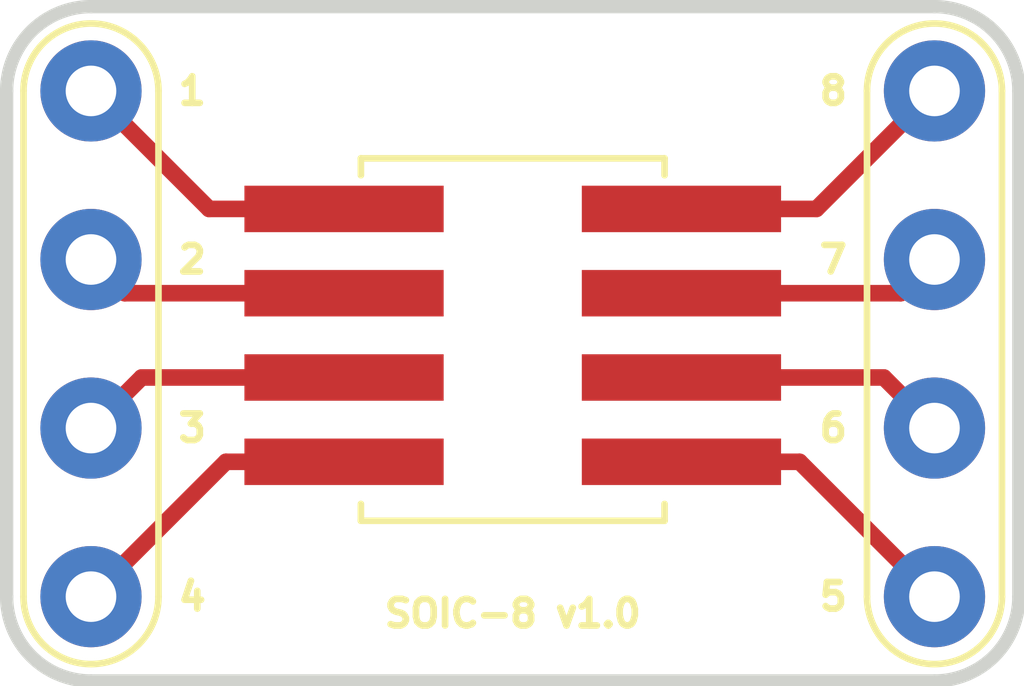
<source format=kicad_pcb>
(kicad_pcb (version 20171130) (host pcbnew "(5.0.0)")

  (general
    (thickness 1.6)
    (drawings 9)
    (tracks 16)
    (zones 0)
    (modules 2)
    (nets 9)
  )

  (page A4)
  (layers
    (0 F.Cu signal)
    (31 B.Cu signal)
    (32 B.Adhes user)
    (33 F.Adhes user)
    (34 B.Paste user)
    (35 F.Paste user)
    (36 B.SilkS user)
    (37 F.SilkS user)
    (38 B.Mask user)
    (39 F.Mask user)
    (40 Dwgs.User user)
    (41 Cmts.User user)
    (42 Eco1.User user)
    (43 Eco2.User user)
    (44 Edge.Cuts user)
    (45 Margin user)
    (46 B.CrtYd user)
    (47 F.CrtYd user)
    (48 B.Fab user)
    (49 F.Fab user)
  )

  (setup
    (last_trace_width 0.25)
    (trace_clearance 0.2)
    (zone_clearance 0.508)
    (zone_45_only no)
    (trace_min 0.2)
    (segment_width 0.2)
    (edge_width 0.2)
    (via_size 0.8)
    (via_drill 0.4)
    (via_min_size 0.4)
    (via_min_drill 0.3)
    (uvia_size 0.3)
    (uvia_drill 0.1)
    (uvias_allowed no)
    (uvia_min_size 0.2)
    (uvia_min_drill 0.1)
    (pcb_text_width 0.3)
    (pcb_text_size 1.5 1.5)
    (mod_edge_width 0.15)
    (mod_text_size 1 1)
    (mod_text_width 0.15)
    (pad_size 1.524 1.524)
    (pad_drill 0.762)
    (pad_to_mask_clearance 0.2)
    (aux_axis_origin 0 0)
    (visible_elements 7FFFFFFF)
    (pcbplotparams
      (layerselection 0x010fc_ffffffff)
      (usegerberextensions false)
      (usegerberattributes false)
      (usegerberadvancedattributes false)
      (creategerberjobfile false)
      (excludeedgelayer true)
      (linewidth 0.100000)
      (plotframeref false)
      (viasonmask false)
      (mode 1)
      (useauxorigin false)
      (hpglpennumber 1)
      (hpglpenspeed 20)
      (hpglpendiameter 15.000000)
      (psnegative false)
      (psa4output false)
      (plotreference true)
      (plotvalue true)
      (plotinvisibletext false)
      (padsonsilk false)
      (subtractmaskfromsilk false)
      (outputformat 1)
      (mirror false)
      (drillshape 1)
      (scaleselection 1)
      (outputdirectory ""))
  )

  (net 0 "")
  (net 1 "Net-(J1-Pad1)")
  (net 2 "Net-(J1-Pad2)")
  (net 3 "Net-(J1-Pad3)")
  (net 4 "Net-(J1-Pad4)")
  (net 5 "Net-(J1-Pad8)")
  (net 6 "Net-(J1-Pad7)")
  (net 7 "Net-(J1-Pad6)")
  (net 8 "Net-(J1-Pad5)")

  (net_class Default "This is the default net class."
    (clearance 0.2)
    (trace_width 0.25)
    (via_dia 0.8)
    (via_drill 0.4)
    (uvia_dia 0.3)
    (uvia_drill 0.1)
    (add_net "Net-(J1-Pad1)")
    (add_net "Net-(J1-Pad2)")
    (add_net "Net-(J1-Pad3)")
    (add_net "Net-(J1-Pad4)")
    (add_net "Net-(J1-Pad5)")
    (add_net "Net-(J1-Pad6)")
    (add_net "Net-(J1-Pad7)")
    (add_net "Net-(J1-Pad8)")
  )

  (module DevPc:bb_2x4 (layer F.Cu) (tedit 5BC387FD) (tstamp 5BFAAF93)
    (at 116.84 78.74)
    (path /5BC44432)
    (fp_text reference J1 (at -1.524 0.762 270 unlocked) (layer F.SilkS) hide
      (effects (font (size 0.4 0.4) (thickness 0.1)))
    )
    (fp_text value bb2x4 (at -2.286 1.016 -90 unlocked) (layer F.Fab) hide
      (effects (font (size 0.4 0.4) (thickness 0.1)))
    )
    (fp_text user 1 (at 1.524 0) (layer F.SilkS)
      (effects (font (size 0.4 0.4) (thickness 0.1)))
    )
    (fp_line (start -1.016 0) (end -1.016 7.62) (layer F.SilkS) (width 0.1))
    (fp_line (start 1.016 7.62) (end 1.016 0) (layer F.SilkS) (width 0.1))
    (fp_text user 2 (at 1.524 2.54) (layer F.SilkS)
      (effects (font (size 0.4 0.4) (thickness 0.1)))
    )
    (fp_text user 3 (at 1.524 5.08) (layer F.SilkS)
      (effects (font (size 0.4 0.4) (thickness 0.1)))
    )
    (fp_text user 4 (at 1.524 7.62) (layer F.SilkS)
      (effects (font (size 0.4 0.4) (thickness 0.1)))
    )
    (fp_arc (start 0 0) (end 1.016 0) (angle -180) (layer F.SilkS) (width 0.1))
    (fp_arc (start 0 7.62) (end -1.016 7.62) (angle -180) (layer F.SilkS) (width 0.1))
    (fp_arc (start 12.7 0) (end 13.716 0) (angle -180) (layer F.SilkS) (width 0.1))
    (fp_arc (start 12.7 7.62) (end 11.684 7.62) (angle -180) (layer F.SilkS) (width 0.1))
    (fp_line (start 11.684 7.62) (end 11.684 0) (layer F.SilkS) (width 0.1))
    (fp_line (start 13.716 7.62) (end 13.716 0) (layer F.SilkS) (width 0.1))
    (fp_text user 8 (at 11.176 0) (layer F.SilkS)
      (effects (font (size 0.4 0.4) (thickness 0.1)))
    )
    (fp_text user 7 (at 11.176 2.54) (layer F.SilkS)
      (effects (font (size 0.4 0.4) (thickness 0.1)))
    )
    (fp_text user 5 (at 11.176 7.62) (layer F.SilkS)
      (effects (font (size 0.4 0.4) (thickness 0.1)))
    )
    (fp_text user 6 (at 11.176 5.08) (layer F.SilkS)
      (effects (font (size 0.4 0.4) (thickness 0.1)))
    )
    (pad 1 thru_hole circle (at 0 0) (size 1.524 1.524) (drill 0.762) (layers *.Cu *.Mask)
      (net 1 "Net-(J1-Pad1)"))
    (pad 2 thru_hole circle (at 0 2.54) (size 1.524 1.524) (drill 0.762) (layers *.Cu *.Mask)
      (net 2 "Net-(J1-Pad2)"))
    (pad 3 thru_hole circle (at 0 5.08) (size 1.524 1.524) (drill 0.762) (layers *.Cu *.Mask)
      (net 3 "Net-(J1-Pad3)"))
    (pad 4 thru_hole circle (at 0 7.62) (size 1.524 1.524) (drill 0.762) (layers *.Cu *.Mask)
      (net 4 "Net-(J1-Pad4)"))
    (pad 5 thru_hole circle (at 12.7 7.62) (size 1.524 1.524) (drill 0.762) (layers *.Cu *.Mask)
      (net 8 "Net-(J1-Pad5)"))
    (pad 6 thru_hole circle (at 12.7 5.08) (size 1.524 1.524) (drill 0.762) (layers *.Cu *.Mask)
      (net 7 "Net-(J1-Pad6)"))
    (pad 7 thru_hole circle (at 12.7 2.54) (size 1.524 1.524) (drill 0.762) (layers *.Cu *.Mask)
      (net 6 "Net-(J1-Pad7)"))
    (pad 8 thru_hole circle (at 12.7 0) (size 1.524 1.524) (drill 0.762) (layers *.Cu *.Mask)
      (net 5 "Net-(J1-Pad8)"))
  )

  (module DevPc:soic-8 (layer F.Cu) (tedit 5BC399B0) (tstamp 5BFAAF15)
    (at 123.19 79.248)
    (path /5BC444C0)
    (fp_text reference U1 (at 0.127 6.604) (layer F.SilkS) hide
      (effects (font (size 0.4 0.4) (thickness 0.1)))
    )
    (fp_text value u2x4 (at 0 -0.5) (layer F.Fab)
      (effects (font (size 1 1) (thickness 0.15)))
    )
    (fp_line (start -2.286 0.508) (end 2.286 0.508) (layer F.SilkS) (width 0.1))
    (fp_line (start 2.286 5.969) (end -2.286 5.969) (layer F.SilkS) (width 0.1))
    (fp_line (start -2.286 0.508) (end -2.286 0.762) (layer F.SilkS) (width 0.1))
    (fp_line (start 2.286 0.508) (end 2.286 0.762) (layer F.SilkS) (width 0.1))
    (fp_line (start 2.286 5.715) (end 2.286 5.969) (layer F.SilkS) (width 0.1))
    (fp_line (start -2.286 5.715) (end -2.286 5.969) (layer F.SilkS) (width 0.1))
    (pad 1 smd rect (at -2.54 1.27 90) (size 0.7 3) (layers F.Cu F.Paste F.Mask)
      (net 1 "Net-(J1-Pad1)") (solder_mask_margin 0.1))
    (pad 2 smd rect (at -2.54 2.54 90) (size 0.7 3) (layers F.Cu F.Paste F.Mask)
      (net 2 "Net-(J1-Pad2)") (solder_mask_margin 0.1))
    (pad 3 smd rect (at -2.54 3.81 90) (size 0.7 3) (layers F.Cu F.Paste F.Mask)
      (net 3 "Net-(J1-Pad3)") (solder_mask_margin 0.1))
    (pad 4 smd rect (at -2.54 5.08 90) (size 0.7 3) (layers F.Cu F.Paste F.Mask)
      (net 4 "Net-(J1-Pad4)") (solder_mask_margin 0.1))
    (pad 8 smd rect (at 2.54 1.27 90) (size 0.7 3) (layers F.Cu F.Paste F.Mask)
      (net 5 "Net-(J1-Pad8)") (solder_mask_margin 0.1))
    (pad 7 smd rect (at 2.54 2.54 90) (size 0.7 3) (layers F.Cu F.Paste F.Mask)
      (net 6 "Net-(J1-Pad7)") (solder_mask_margin 0.1))
    (pad 6 smd rect (at 2.54 3.81 90) (size 0.7 3) (layers F.Cu F.Paste F.Mask)
      (net 7 "Net-(J1-Pad6)") (solder_mask_margin 0.1))
    (pad 5 smd rect (at 2.54 5.08 90) (size 0.7 3) (layers F.Cu F.Paste F.Mask)
      (net 8 "Net-(J1-Pad5)") (solder_mask_margin 0.1))
  )

  (gr_line (start 129.54 77.47) (end 116.84 77.47) (layer Edge.Cuts) (width 0.2))
  (gr_line (start 130.81 86.36) (end 130.81 78.74) (layer Edge.Cuts) (width 0.2))
  (gr_line (start 116.84 87.63) (end 129.54 87.63) (layer Edge.Cuts) (width 0.2))
  (gr_arc (start 116.84 78.74) (end 116.84 77.47) (angle -90) (layer Edge.Cuts) (width 0.2))
  (gr_arc (start 129.54 78.74) (end 130.81 78.74) (angle -90) (layer Edge.Cuts) (width 0.2))
  (gr_arc (start 129.54 86.36) (end 129.54 87.63) (angle -90) (layer Edge.Cuts) (width 0.2))
  (gr_arc (start 116.84 86.36) (end 115.57 86.36) (angle -90) (layer Edge.Cuts) (width 0.2))
  (gr_text "SOIC-8 v1.0" (at 123.19 86.614) (layer F.SilkS) (tstamp 5BD16C3C)
    (effects (font (size 0.4 0.4) (thickness 0.1)))
  )
  (gr_line (start 115.57 86.36) (end 115.57 78.74) (layer Edge.Cuts) (width 0.2))

  (segment (start 118.618 80.518) (end 116.84 78.74) (width 0.25) (layer F.Cu) (net 1))
  (segment (start 120.65 80.518) (end 118.618 80.518) (width 0.25) (layer F.Cu) (net 1))
  (segment (start 117.348 81.788) (end 116.84 81.28) (width 0.25) (layer F.Cu) (net 2))
  (segment (start 120.65 81.788) (end 117.348 81.788) (width 0.25) (layer F.Cu) (net 2))
  (segment (start 117.601999 83.058001) (end 116.84 83.82) (width 0.25) (layer F.Cu) (net 3))
  (segment (start 120.65 83.058) (end 117.601999 83.058001) (width 0.25) (layer F.Cu) (net 3))
  (segment (start 118.872 84.328) (end 116.84 86.36) (width 0.25) (layer F.Cu) (net 4))
  (segment (start 120.65 84.328) (end 118.872 84.328) (width 0.25) (layer F.Cu) (net 4))
  (segment (start 127.762 80.518) (end 129.54 78.74) (width 0.25) (layer F.Cu) (net 5))
  (segment (start 125.73 80.518) (end 127.762 80.518) (width 0.25) (layer F.Cu) (net 5))
  (segment (start 129.032 81.788) (end 129.54 81.28) (width 0.25) (layer F.Cu) (net 6))
  (segment (start 125.73 81.788) (end 129.032 81.788) (width 0.25) (layer F.Cu) (net 6))
  (segment (start 128.778001 83.058001) (end 129.54 83.82) (width 0.25) (layer F.Cu) (net 7))
  (segment (start 125.73 83.058) (end 128.778001 83.058001) (width 0.25) (layer F.Cu) (net 7))
  (segment (start 129.54 86.36) (end 127.508 84.328) (width 0.25) (layer F.Cu) (net 8))
  (segment (start 127.508 84.328) (end 125.73 84.328) (width 0.25) (layer F.Cu) (net 8))

)

</source>
